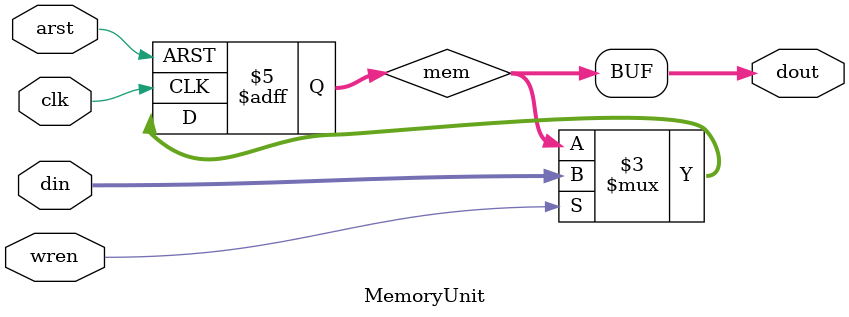
<source format=v>
`timescale 1ns / 1ps
module MemoryUnit (
	input         arst , // async  reset
	input         clk  , // clock  posedge
	input         wren , // write  enabledata
	input  [34:0] din  , // input  data
	output [34:0] dout   // output data
);
   
	reg [34:0] mem;
	assign dout = mem;
	always @ (posedge clk or posedge arst) 
		if(arst)
			mem = 0;
		else if (wren)
			mem = din;
	
endmodule

</source>
